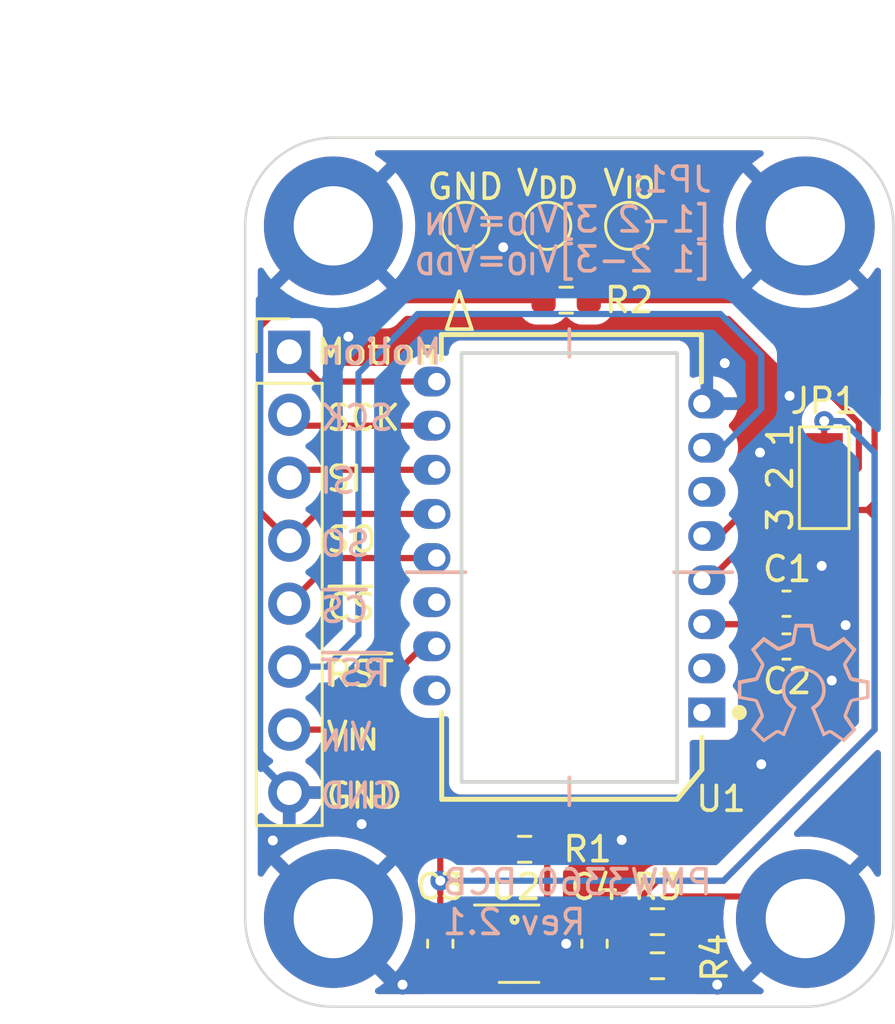
<source format=kicad_pcb>
(kicad_pcb (version 20221018) (generator pcbnew)
  (title_block (title "PMW3360 PCB") (date "2022-10-17") (rev "2.1") (company "SideraKB") (comment 1 "MIT License, Open Source Hardware") (comment 2 "PMW3360DM-T2QU optical mouse sensor breakout board") (comment 3 "2.54mm Pin Header"))
  (layers (0 "F.Cu" signal) (31 "B.Cu" signal) (34 "B.Paste" user) (35 "F.Paste" user) (36 "B.SilkS" user "B.Silkscreen") (37 "F.SilkS" user "F.Silkscreen") (38 "B.Mask" user) (39 "F.Mask" user) (44 "Edge.Cuts" user))
  (net 0 "")
  (net 1 "Net-(C1-Pad1)")
  (net 2 "GND")
  (net 3 "V_IN")
  (net 4 "/MISO")
  (net 5 "/CS")
  (net 6 "/MOSI")
  (net 7 "/SCLK")
  (net 8 "/MOTION")
  (net 9 "/RESET")
  (net 10 "VDD")
  (net 11 "V_IO")
  (net 12 "Net-(R1-Pad2)")
  (net 13 "Net-(R3-Pad2)")
  (footprint "Resistor_SMD:R_0603_1608Metric_Pad0.98x0.95mm_HandSolder" (layer "F.Cu") (at 236.093 124.587 180)
    (fp_text reference "R2")
    (fp_text value "10k")
  )
  (footprint "MountingHole:MountingHole_3.2mm_M3_DIN965_Pad" (layer "F.Cu") (at 245.745 149.5298)
    (fp_text reference "REF**" hide)
    (fp_text value "MountingHole_3.2mm_M3_DIN965_Pad" hide)
  )
  (footprint "Resistor_SMD:R_0603_1608Metric_Pad0.98x0.95mm_HandSolder" (layer "F.Cu") (at 239.776 149.65625)
    (fp_text reference "R3")
    (fp_text value "Adj_R1")
  )
  (footprint "PMW3360_PCB:PMW3360DM-T2QU 16Pin" (layer "F.Cu") (at 236.22 135.0518 90)
    (fp_text reference "U1")
    (fp_text value "PMW3360DM-T2QU")
    (fp_rect (start -8.968 4.35) (end 8.332 -4.35) (stroke (width 0.15)) (fill none) (layer "Edge.Cuts"))
  )
  (footprint "TestPoint:TestPoint_Pad_D1.5mm" (layer "F.Cu") (at 235.331 121.58925)
    (fp_text reference "TP2" hide)
    (fp_text value "VDD TestPoint")
  )
  (footprint "Connector_PinHeader_2.54mm:PinHeader_1x08_P2.54mm_Vertical" (layer "F.Cu") (at 224.917 126.66925)
    (fp_text reference "J1" hide)
    (fp_text value "Conn_01x08")
  )
  (footprint "Resistor_SMD:R_0603_1608Metric_Pad0.98x0.95mm_HandSolder" (layer "F.Cu") (at 234.4185 146.7358 180)
    (fp_text reference "R1")
    (fp_text value "39R")
  )
  (footprint "Capacitor_SMD:C_0603_1608Metric_Pad1.08x0.95mm_HandSolder" (layer "F.Cu") (at 237.236 150.54525 -90)
    (fp_text reference "C4")
    (fp_text value "4.7uF")
  )
  (footprint "MountingHole:MountingHole_3.2mm_M3_DIN965_Pad" (layer "F.Cu") (at 226.695 149.5298)
    (fp_text reference "REF**" hide)
    (fp_text value "MountingHole_3.2mm_M3_DIN965_Pad" hide)
  )
  (footprint "TestPoint:TestPoint_Pad_D1.5mm" (layer "F.Cu") (at 238.633 121.58925)
    (fp_text reference "TP1" hide)
    (fp_text value "VDDIO TestPoint")
  )
  (footprint "Capacitor_SMD:C_0603_1608Metric_Pad1.08x0.95mm_HandSolder" (layer "F.Cu") (at 231.013 150.54525 -90)
    (fp_text reference "C3")
    (fp_text value "1uF")
  )
  (footprint "MountingHole:MountingHole_3.2mm_M3_DIN965_Pad" (layer "F.Cu") (at 245.745 121.5898)
    (fp_text reference "REF**" hide)
    (fp_text value "MountingHole_3.2mm_M3_DIN965_Pad" hide)
  )
  (footprint "TestPoint:TestPoint_Pad_D1.5mm" (layer "F.Cu") (at 232.029 121.58925)
    (fp_text reference "TP3" hide)
    (fp_text value "GND TestPoint")
  )
  (footprint "MountingHole:MountingHole_3.2mm_M3_DIN965_Pad" (layer "F.Cu") (at 226.695 121.5898)
    (fp_text reference "REF**" hide)
    (fp_text value "MountingHole_3.2mm_M3_DIN965_Pad" hide)
  )
  (footprint "Capacitor_SMD:C_0603_1608Metric_Pad1.08x0.95mm_HandSolder" (layer "F.Cu") (at 244.983 138.557)
    (fp_text reference "C2")
    (fp_text value "100nF")
  )
  (footprint "Package_TO_SOT_SMD:SOT-23-5" (layer "F.Cu") (at 234.1935 150.54525)
    (fp_text reference "U2")
    (fp_text value "TPS73601DBV")
  )
  (footprint "Resistor_SMD:R_0603_1608Metric_Pad0.98x0.95mm_HandSolder" (layer "F.Cu") (at 239.776 151.43425 180)
    (fp_text reference "R4")
    (fp_text value "Adj_R2")
  )
  (footprint "Jumper:SolderJumper-3_P1.3mm_Open_Pad1.0x1.5mm_NumberLabels" (layer "F.Cu") (at 246.507 131.7498 -90)
    (fp_text reference "JP1")
    (fp_text value "SolderJumper_3_Open")
  )
  (footprint "Capacitor_SMD:C_0603_1608Metric_Pad1.08x0.95mm_HandSolder" (layer "F.Cu") (at 244.983 136.8298)
    (fp_text reference "C1")
    (fp_text value "4.7uF/10V")
  )
  (gr_line (start 242.7986 135.5598) (end 240.4491 135.5598) (stroke (width 0.15)) (layer "B.SilkS"))
  (gr_line (start 229.6414 135.5598) (end 232.029 135.5598) (stroke (width 0.15)) (layer "B.SilkS"))
  (gr_line (start 236.22 125.7554) (end 236.22 126.873) (stroke (width 0.15)) (layer "B.SilkS"))
  (gr_line (start 236.22 143.8402) (end 236.22 144.9578) (stroke (width 0.15)) (layer "B.SilkS"))
  (gr_poly (pts (xy 246.017662 137.638341) (xy 246.019173 137.638453) (xy 246.020676 137.638638) (xy 246.02217 137.638893) (xy 246.023651 137.639218) (xy 246.025119 137.639609) (xy 246.02657 137.640066) (xy 246.028002 137.640586) (xy 246.029414 137.641167) (xy 246.030802 137.641808) (xy 246.032165 137.642507) (xy 246.0335 137.643261) (xy 246.034805 137.64407) (xy 246.036078 137.64493) (xy 246.037317 137.645842) (xy 246.038519 137.646801) (xy 246.039683 137.647807) (xy 246.040805 137.648858) (xy 246.041884 137.649952) (xy 246.042918 137.651087) (xy 246.043903 137.652261) (xy 246.044839 137.653473) (xy 246.045722 137.65472) (xy 246.046551 137.656001) (xy 246.047323 137.657313) (xy 246.048037 137.658655) (xy 246.048688 137.660026) (xy 246.049277 137.661423) (xy 246.0498 137.662844) (xy 246.050255 137.664288) (xy 246.050639 137.665752) (xy 246.050952 137.667235) (xy 246.176563 138.342042) (xy 246.17688 138.343537) (xy 246.177265 138.345037) (xy 246.178231 138.348043) (xy 246.179443 138.35104) (xy 246.180884 138.354007) (xy 246.182537 138.356926) (xy 246.184386 138.359776) (xy 246.186414 138.362539) (xy 246.188602 138.365194) (xy 246.190936 138.367723) (xy 246.193397 138.370105) (xy 246.195969 138.37232) (xy 246.198635 138.37435) (xy 246.201378 138.376175) (xy 246.204181 138.377775) (xy 246.2056 138.378484) (xy 246.207027 138.37913) (xy 246.208461 138.37971) (xy 246.2099 138.380221) (xy 246.662179 138.565363) (xy 246.664988 138.5666) (xy 246.667968 138.567633) (xy 246.671092 138.568465) (xy 246.674333 138.569096) (xy 246.677666 138.569528) (xy 246.681064 138.569765) (xy 246.684501 138.569806) (xy 246.68795 138.569655) (xy 246.691387 138.569312) (xy 246.694783 138.56878) (xy 246.698113 138.56806) (xy 246.701352 138.567155) (xy 246.704472 138.566066) (xy 246.707447 138.564794) (xy 246.710252 138.563342) (xy 246.712859 138.561712) (xy 247.27662 138.174838) (xy 247.27789 138.174011) (xy 247.279198 138.173248) (xy 247.28054 138.17255) (xy 247.281914 138.171915) (xy 247.283317 138.171343) (xy 247.284746 138.170836) (xy 247.286199 138.170391) (xy 247.287671 138.170009) (xy 247.289162 138.169689) (xy 247.290667 138.169432) (xy 247.293709 138.169104) (xy 247.296775 138.169021) (xy 247.299842 138.169183) (xy 247.302888 138.169586) (xy 247.305889 138.170229) (xy 247.308822 138.17111) (xy 247.310255 138.171639) (xy 247.311664 138.172226) (xy 247.313044 138.172872) (xy 247.314392 138.173576) (xy 247.315707 138.174338) (xy 247.316984 138.175157) (xy 247.318221 138.176034) (xy 247.319416 138.176968) (xy 247.320565 138.177958) (xy 247.321665 138.179005) (xy 247.796448 138.653787) (xy 247.797495 138.654888) (xy 247.798484 138.656037) (xy 247.799417 138.657232) (xy 247.800293 138.65847) (xy 247.80111 138.659749) (xy 247.80187 138.661064) (xy 247.803216 138.663795) (xy 247.804327 138.66664) (xy 247.805203 138.669576) (xy 247.805841 138.672581) (xy 247.806241 138.67563) (xy 247.806399 138.678701) (xy 247.806314 138.681771) (xy 247.805986 138.684816) (xy 247.805411 138.687815) (xy 247.804588 138.690742) (xy 247.804083 138.692173) (xy 247.803515 138.693577) (xy 247.802885 138.694951) (xy 247.802191 138.696294) (xy 247.801435 138.697602) (xy 247.800614 138.698872) (xy 247.420487 139.252909) (xy 247.418853 139.255528) (xy 247.417402 139.258337) (xy 247.416136 139.261311) (xy 247.415058 139.264424) (xy 247.414168 139.267651) (xy 247.413469 139.270966) (xy 247.412962 139.274344) (xy 247.412649 139.277759) (xy 247.412531 139.281185) (xy 247.41261 139.284598) (xy 247.412888 139.287971) (xy 247.413366 139.291279) (xy 247.414046 139.294497) (xy 247.414929 139.297599) (xy 247.416017 139.300559) (xy 247.417312 139.303352) (xy 247.617298 139.769918) (xy 247.61844 139.772783) (xy 247.619844 139.775622) (xy 247.621491 139.778418) (xy 247.62336 139.781153) (xy 247.625431 139.783812) (xy 247.627685 139.786376) (xy 247.630102 139.78883) (xy 247.632662 139.791156) (xy 247.635346 139.793338) (xy 247.638132 139.795358) (xy 247.641003 139.797199) (xy 247.643937 139.798845) (xy 247.646915 139.800279) (xy 247.649917 139.801483) (xy 247.652923 139.802442) (xy 247.655914 139.803137) (xy 248.308337 139.924462) (xy 248.308337 139.924461) (xy 248.309816 139.924781) (xy 248.311277 139.925172) (xy 248.312718 139.925633) (xy 248.314136 139.926161) (xy 248.31553 139.926754) (xy 248.316898 139.92741) (xy 248.318238 139.928127) (xy 248.319548 139.928902) (xy 248.322071 139.93062) (xy 248.324453 139.932545) (xy 248.326678 139.93466) (xy 248.328731 139.936948) (xy 248.330598 139.939391) (xy 248.332264 139.941971) (xy 248.333713 139.94467) (xy 248.334352 139.94606) (xy 248.334931 139.947472) (xy 248.335448 139.948906) (xy 248.335902 139.950358) (xy 248.336291 139.951827) (xy 248.336612 139.953311) (xy 248.336865 139.954807) (xy 248.337047 139.956313) (xy 248.337155 139.957827) (xy 248.33719 139.959347) (xy 248.33711 140.630819) (xy 248.337072 140.632336) (xy 248.33696 140.633847) (xy 248.336774 140.635352) (xy 248.336518 140.636847) (xy 248.336193 140.63833) (xy 248.3358 140.6398) (xy 248.335343 140.641253) (xy 248.334822 140.642688) (xy 248.334239 140.644102) (xy 248.333597 140.645493) (xy 248.332897 140.646859) (xy 248.332142 140.648197) (xy 248.331332 140.649505) (xy 248.33047 140.650781) (xy 248.329558 140.652023) (xy 248.328597 140.653228) (xy 248.32759 140.654394) (xy 248.326538 140.655519) (xy 248.325444 140.6566) (xy 248.324309 140.657636) (xy 248.323134 140.658624) (xy 248.321923 140.659561) (xy 248.320676 140.660445) (xy 248.319396 140.661275) (xy 248.318084 140.662048) (xy 248.316743 140.662761) (xy 248.315374 140.663413) (xy 248.313979 140.664) (xy 248.31256 140.664521) (xy 248.311119 140.664974) (xy 248.309658 140.665356) (xy 248.308178 140.665665) (xy 247.671789 140.784092) (xy 247.670291 140.7844) (xy 247.668789 140.784776) (xy 247.667287 140.78522) (xy 247.665787 140.785729) (xy 247.662799 140.786933) (xy 247.659847 140.788371) (xy 247.656948 140.790027) (xy 247.654122 140.791881) (xy 247.651388 140.793917) (xy 247.648765 140.796118) (xy 247.646271 140.798466) (xy 247.643926 140.800943) (xy 247.641749 140.803532) (xy 247.639759 140.806216) (xy 247.637974 140.808977) (xy 247.636415 140.811798) (xy 247.635099 140.814661) (xy 247.634538 140.816103) (xy 247.634046 140.817549) (xy 247.435371 141.313841) (xy 247.434141 141.316664) (xy 247.433117 141.319654) (xy 247.432294 141.322784) (xy 247.431673 141.32603) (xy 247.431249 141.329364) (xy 247.431022 141.332762) (xy 247.430989 141.336197) (xy 247.431149 141.339643) (xy 247.431498 141.343075) (xy 247.432036 141.346467) (xy 247.43276 141.349792) (xy 247.433668 141.353026) (xy 247.434758 141.356141) (xy 247.436028 141.359113) (xy 247.437477 141.361915) (xy 247.439101 141.364522) (xy 247.800614 141.891295) (xy 247.801441 141.892565) (xy 247.802204 141.893873) (xy 247.802903 141.895216) (xy 247.803537 141.896592) (xy 247.804109 141.897997) (xy 247.804617 141.899428) (xy 247.805061 141.900883) (xy 247.805443 141.902358) (xy 247.805763 141.903851) (xy 247.80602 141.905359) (xy 247.806348 141.908408) (xy 247.806431 141.911482) (xy 247.806269 141.914556) (xy 247.805866 141.917609) (xy 247.805223 141.920617) (xy 247.804342 141.923557) (xy 247.803813 141.924994) (xy 247.803226 141.926405) (xy 247.80258 141.927787) (xy 247.801876 141.929138) (xy 247.801114 141.930455) (xy 247.800295 141.931734) (xy 247.799418 141.932973) (xy 247.798485 141.934169) (xy 247.797494 141.935318) (xy 247.796447 141.936419) (xy 247.321586 142.411201) (xy 247.320492 142.41224) (xy 247.319349 142.413224) (xy 247.31816 142.414152) (xy 247.316927 142.415023) (xy 247.315653 142.415837) (xy 247.314342 142.416594) (xy 247.311618 142.417935) (xy 247.308777 142.419045) (xy 247.305844 142.419921) (xy 247.302841 142.420561) (xy 247.299793 142.420964) (xy 247.296721 142.421126) (xy 247.29365 142.421047) (xy 247.290603 142.420723) (xy 247.287603 142.420153) (xy 247.284673 142.419334) (xy 247.283242 142.418831) (xy 247.281838 142.418265) (xy 247.280462 142.417636) (xy 247.279119 142.416944) (xy 247.277811 142.416188) (xy 247.276541 142.415368) (xy 246.759055 142.060205) (xy 246.756454 142.058585) (xy 246.753668 142.057165) (xy 246.750722 142.055945) (xy 246.747643 142.054926) (xy 246.744454 142.054108) (xy 246.741182 142.05349) (xy 246.737852 142.053075) (xy 246.734489 142.052862) (xy 246.731118 142.052852) (xy 246.727766 142.053045) (xy 246.724456 142.053442) (xy 246.721216 142.054043) (xy 246.718069 142.054849) (xy 246.715042 142.05586) (xy 246.712159 142.057076) (xy 246.709446 142.058498) (xy 246.481243 142.180339) (xy 246.479878 142.180987) (xy 246.478502 142.181558) (xy 246.477118 142.182051) (xy 246.475726 142.182467) (xy 246.474331 142.182807) (xy 246.472933 142.183073) (xy 246.471536 142.183264) (xy 246.470142 142.183382) (xy 246.468753 142.183428) (xy 246.467372 142.183402) (xy 246.466001 142.183306) (xy 246.464643 142.18314) (xy 246.463299 142.182906) (xy 246.461972 142.182603) (xy 246.460665 142.182233) (xy 246.45938 142.181797) (xy 246.458119 142.181296) (xy 246.456885 142.18073) (xy 246.45568 142.180101) (xy 246.454506 142.179408) (xy 246.453366 142.178655) (xy 246.452263 142.17784) (xy 246.451197 142.176964) (xy 246.450173 142.17603) (xy 246.449192 142.175037) (xy 246.448257 142.173987) (xy 246.44737 142.17288) (xy 246.446533 142.171718) (xy 246.445749 142.1705) (xy 246.445021 142.169229) (xy 246.444349 142.167904) (xy 246.443738 142.166528) (xy 245.973243 141.02956) (xy 245.972699 141.028146) (xy 245.972227 141.02671) (xy 245.971826 141.025255) (xy 245.971495 141.023784) (xy 245.971234 141.0223) (xy 245.971042 141.020806) (xy 245.970916 141.019303) (xy 245.970858 141.017795) (xy 245.970865 141.016285) (xy 245.970937 141.014774) (xy 245.971073 141.013267) (xy 245.971271 141.011765) (xy 245.971532 141.010271) (xy 245.971854 141.008788) (xy 245.972236 141.007319) (xy 245.972677 141.005867) (xy 245.973177 141.004433) (xy 245.973734 141.003021) (xy 245.974348 141.001634) (xy 245.975017 141.000273) (xy 245.975741 140.998943) (xy 245.976519 140.997645) (xy 245.97735 140.996383) (xy 245.978232 140.995158) (xy 245.979166 140.993974) (xy 245.98015 140.992834) (xy 245.981183 140.99174) (xy 245.982264 140.990694) (xy 245.983393 140.9897) (xy 245.984568 140.988761) (xy 245.985789 140.987878) (xy 245.987054 140.987055) (xy 246.044164 140.95209) (xy 246.048275 140.949472) (xy 246.052664 140.946484) (xy 246.057248 140.943191) (xy 246.061944 140.939658) (xy 246.066671 140.93595) (xy 246.071344 140.932132) (xy 246.075882 140.92827) (xy 246.080201 140.924428) (xy 246.118007 140.89855) (xy 246.154087 140.870454) (xy 246.188344 140.840236) (xy 246.220678 140.807995) (xy 246.250992 140.773828) (xy 246.279186 140.737834) (xy 246.305163 140.70011) (xy 246.328823 140.660754) (xy 246.350069 140.619865) (xy 246.368801 140.577539) (xy 246.384922 140.533875) (xy 246.398332 140.488972) (xy 246.408934 140.442926) (xy 246.416628 140.395835) (xy 246.421317 140.347799) (xy 246.422902 140.298913) (xy 246.421936 140.260699) (xy 246.419068 140.222986) (xy 246.414346 140.185822) (xy 246.407816 140.149253) (xy 246.399524 140.113325) (xy 246.389518 140.078086) (xy 246.377843 140.043582) (xy 246.364547 140.009859) (xy 246.349677 139.976965) (xy 246.333278 139.944946) (xy 246.315398 139.913848) (xy 246.296083 139.883719) (xy 246.27538 139.854605) (xy 246.253336 139.826552) (xy 246.229997 139.799607) (xy 246.20541 139.773818) (xy 246.179621 139.74923) (xy 246.152678 139.72589) (xy 246.124626 139.703845) (xy 246.095513 139.683142) (xy 246.065386 139.663826) (xy 246.03429 139.645946) (xy 246.002272 139.629547) (xy 245.96938 139.614676) (xy 245.93566 139.60138) (xy 245.901158 139.589705) (xy 245.865921 139.579699) (xy 245.829997 139.571407) (xy 245.79343 139.564877) (xy 245.756269 139.560154) (xy 245.71856 139.557287) (xy 245.680349 139.55632) (xy 245.642138 139.557287) (xy 245.604429 139.560154) (xy 245.567267 139.564877) (xy 245.5307 139.571407) (xy 245.494774 139.579699) (xy 245.459537 139.589705) (xy 245.425034 139.60138) (xy 245.391312 139.614676) (xy 245.358418 139.629547) (xy 245.326399 139.645946) (xy 245.295302 139.663826) (xy 245.265172 139.683142) (xy 245.236058 139.703845) (xy 245.208004 139.72589) (xy 245.181059 139.74923) (xy 245.155269 139.773818) (xy 245.13068 139.799607) (xy 245.107339 139.826552) (xy 245.085293 139.854605) (xy 245.064588 139.883719) (xy 245.045271 139.913848) (xy 245.02739 139.944946) (xy 245.01099 139.976965) (xy 244.996118 140.009859) (xy 244.98282 140.043582) (xy 244.971145 140.078086) (xy 244.961137 140.113325) (xy 244.952845 140.149253) (xy 244.946314 140.185822) (xy 244.941591 140.222986) (xy 244.938723 140.260699) (xy 244.937756 140.298913) (xy 244.938155 140.323456) (xy 244.939342 140.347799) (xy 244.941305 140.371929) (xy 244.944032 140.395835) (xy 244.947511 140.419505) (xy 244.951728 140.442926) (xy 244.956673 140.466085) (xy 244.962332 140.488972) (xy 244.968694 140.511573) (xy 244.975745 140.533876) (xy 244.983474 140.555868) (xy 244.991868 140.577539) (xy 245.000915 140.598875) (xy 245.010603 140.619865) (xy 245.031851 140.660754) (xy 245.055512 140.70011) (xy 245.08149 140.737834) (xy 245.109684 140.773828) (xy 245.139997 140.807995) (xy 245.17233 140.840236) (xy 245.206583 140.870454) (xy 245.242659 140.89855) (xy 245.280458 140.924428) (xy 245.284802 140.92827) (xy 245.289355 140.932132) (xy 245.294038 140.93595) (xy 245.298769 140.939658) (xy 245.303469 140.943191) (xy 245.308057 140.946484) (xy 245.312452 140.949472) (xy 245.316574 140.95209) (xy 245.373684 140.987055) (xy 245.374957 140.987878) (xy 245.376184 140.988761) (xy 245.377365 140.9897) (xy 245.378499 140.990694) (xy 245.379584 140.99174) (xy 245.380621 140.992834) (xy 245.382545 140.995158) (xy 245.384262 140.997645) (xy 245.385766 141.000273) (xy 245.38705 141.003021) (xy 245.388106 141.005867) (xy 245.388926 141.008788) (xy 245.389505 141.011765) (xy 245.389835 141.014774) (xy 245.389908 141.017795) (xy 245.389718 141.020806) (xy 245.389522 141.0223) (xy 245.389257 141.023784) (xy 245.388923 141.025255) (xy 245.388519 141.02671) (xy 245.388043 141.028146) (xy 245.387496 141.02956) (xy 244.916961 142.166488) (xy 244.91635 142.167865) (xy 244.915678 142.16919) (xy 244.914949 142.170462) (xy 244.914164 142.17168) (xy 244.913327 142.172844) (xy 244.912439 142.173951) (xy 244.911502 142.175003) (xy 244.91052 142.175996) (xy 244.909495 142.176932) (xy 244.908428 142.177808) (xy 244.907323 142.178624) (xy 244.906182 142.17938) (xy 244.905007 142.180073) (xy 244.903801 142.180704) (xy 244.902566 142.18127) (xy 244.901304 142.181773) (xy 244.900018 142.18221) (xy 244.89871 142.18258) (xy 244.897383 142.182883) (xy 244.896039 142.183118) (xy 244.89468 142.183285) (xy 244.893309 142.183381) (xy 244.891928 142.183406) (xy 244.89054 142.18336) (xy 244.889147 142.183241) (xy 244.887751 142.183048) (xy 244.886355 142.182781) (xy 244.884961 142.182439) (xy 244.883572 142.182021) (xy 244.88219 142.181525) (xy 244.880817 142.180952) (xy 244.879456 142.180299) (xy 244.651253 142.058459) (xy 244.648547 142.057037) (xy 244.645669 142.055822) (xy 244.642645 142.054813) (xy 244.6395 142.054009) (xy 244.63626 142.053411) (xy 244.632951 142.053016) (xy 244.629597 142.052826) (xy 244.626225 142.052838) (xy 244.62286 142.053052) (xy 244.619527 142.053469) (xy 244.616253 142.054086) (xy 244.613062 142.054904) (xy 244.60998 142.055921) (xy 244.607032 142.057137) (xy 244.604245 142.058552) (xy 244.601644 142.060165) (xy 244.084198 142.415329) (xy 244.082924 142.416149) (xy 244.081613 142.416905) (xy 244.080267 142.417597) (xy 244.078889 142.418226) (xy 244.077483 142.418792) (xy 244.07605 142.419295) (xy 244.074594 142.419735) (xy 244.073118 142.420113) (xy 244.071625 142.420429) (xy 244.070117 142.420683) (xy 244.067069 142.421007) (xy 244.063998 142.421087) (xy 244.060926 142.420924) (xy 244.057877 142.420522) (xy 244.054874 142.419882) (xy 244.05194 142.419006) (xy 244.050507 142.41848) (xy 244.049099 142.417896) (xy 244.047719 142.417254) (xy 244.046372 142.416554) (xy 244.045059 142.415797) (xy 244.043783 142.414983) (xy 244.042548 142.414113) (xy 244.041356 142.413185) (xy 244.04021 142.412201) (xy 244.039113 142.411161) (xy 243.564252 141.93638) (xy 243.563208 141.935279) (xy 243.562221 141.934129) (xy 243.561291 141.932934) (xy 243.560417 141.931695) (xy 243.5596 141.930416) (xy 243.558841 141.929099) (xy 243.557495 141.926366) (xy 243.556382 141.923517) (xy 243.555504 141.920578) (xy 243.554862 141.91757) (xy 243.554459 141.914517) (xy 243.554297 141.911442) (xy 243.554378 141.908369) (xy 243.554704 141.90532) (xy 243.555278 141.902319) (xy 243.5561 141.899388) (xy 243.556606 141.897957) (xy 243.557174 141.896552) (xy 243.557806 141.895177) (xy 243.558502 141.893833) (xy 243.559261 141.892525) (xy 243.560085 141.891255) (xy 243.921558 141.364483) (xy 243.923196 141.361876) (xy 243.924655 141.359074) (xy 243.925934 141.356102) (xy 243.927031 141.352986) (xy 243.927944 141.349753) (xy 243.928671 141.346427) (xy 243.92921 141.343036) (xy 243.92956 141.339604) (xy 243.929719 141.336157) (xy 243.929685 141.332722) (xy 243.929457 141.329325) (xy 243.929031 141.32599) (xy 243.928408 141.322745) (xy 243.927584 141.319615) (xy 243.926558 141.316625) (xy 243.925329 141.313802) (xy 243.726653 140.81751) (xy 243.726164 140.816064) (xy 243.725606 140.814622) (xy 243.724292 140.811758) (xy 243.722732 140.808938) (xy 243.720945 140.806177) (xy 243.71895 140.803493) (xy 243.716767 140.800903) (xy 243.714415 140.798426) (xy 243.711914 140.796079) (xy 243.709283 140.793878) (xy 243.706542 140.791842) (xy 243.70371 140.789987) (xy 243.700807 140.788332) (xy 243.697852 140.786894) (xy 243.694865 140.785689) (xy 243.691864 140.784737) (xy 243.690365 140.78436) (xy 243.688871 140.784053) (xy 243.052482 140.665626) (xy 243.050998 140.665317) (xy 243.049534 140.664935) (xy 243.04809 140.664482) (xy 243.046669 140.663961) (xy 243.045272 140.663373) (xy 243.043902 140.662722) (xy 243.042559 140.662008) (xy 243.041247 140.661236) (xy 243.039966 140.660406) (xy 243.038719 140.659521) (xy 243.036333 140.657597) (xy 243.034105 140.65548) (xy 243.032047 140.653189) (xy 243.030177 140.650742) (xy 243.028507 140.648157) (xy 243.027054 140.645453) (xy 243.025832 140.642648) (xy 243.025312 140.641214) (xy 243.024856 140.63976) (xy 243.024464 140.638291) (xy 243.02414 140.636807) (xy 243.023884 140.635312) (xy 243.023699 140.633808) (xy 243.023587 140.632296) (xy 243.023549 140.63078) (xy 243.023516 140.064519) (xy 243.166424 140.064519) (xy 243.166464 140.557398) (xy 243.714588 140.659395) (xy 243.722278 140.661054) (xy 243.72963 140.662914) (xy 243.73666 140.664965) (xy 243.743385 140.6672) (xy 243.749824 140.669609) (xy 243.755993 140.672182) (xy 243.761909 140.67491) (xy 243.767591 140.677785) (xy 243.773055 140.680797) (xy 243.778318 140.683937) (xy 243.783399 140.687196) (xy 243.788314 140.690565) (xy 243.79308 140.694034) (xy 243.797716 140.697596) (xy 243.802238 140.701239) (xy 243.806663 140.704956) (xy 243.814375 140.712288) (xy 243.818147 140.716094) (xy 243.821856 140.720012) (xy 243.825497 140.724057) (xy 243.829066 140.728243) (xy 243.832556 140.732583) (xy 243.835962 140.737093) (xy 243.839281 140.741786) (xy 243.842506 140.746676) (xy 243.845632 140.751778) (xy 243.848655 140.757105) (xy 243.851569 140.762673) (xy 243.854369 140.768495) (xy 243.85705 140.774585) (xy 243.859606 140.780957) (xy 244.05721 141.27475) (xy 244.059381 141.280041) (xy 244.061346 141.285246) (xy 244.063114 141.290369) (xy 244.064695 141.295412) (xy 244.066099 141.30038) (xy 244.067336 141.305274) (xy 244.068414 141.3101) (xy 244.069345 141.314859) (xy 244.070137 141.319555) (xy 244.0708 141.324192) (xy 244.071343 141.328772) (xy 244.071777 141.3333) (xy 244.072354 141.342211) (xy 244.072609 141.350949) (xy 244.072025 141.364267) (xy 244.071495 141.370897) (xy 244.070778 141.377524) (xy 244.06985 141.38416) (xy 244.068689 141.390816) (xy 244.067273 141.397506) (xy 244.065579 141.40424) (xy 244.063586 141.411031) (xy 244.06127 141.41789) (xy 244.058609 141.424831) (xy 244.055581 141.431864) (xy 244.052164 141.439001) (xy 244.048335 141.446256) (xy 244.044071 141.453638) (xy 244.039351 141.461162) (xy 243.728399 141.914393) (xy 244.077014 142.262889) (xy 244.520602 141.958406) (xy 244.527837 141.953795) (xy 244.534975 141.949621) (xy 244.542023 141.945864) (xy 244.548986 141.942504) (xy 244.555871 141.939521) (xy 244.562682 141.936894) (xy 244.569427 141.934604) (xy 244.57611 141.932629) (xy 244.582737 141.930951) (xy 244.589316 141.929548) (xy 244.59585 141.9284) (xy 244.602347 141.927487) (xy 244.608813 141.92679) (xy 244.615252 141.926287) (xy 244.621671 141.925958) (xy 244.628075 141.925783) (xy 244.63856 141.926104) (xy 244.643877 141.926447) (xy 244.649247 141.926928) (xy 244.654672 141.927562) (xy 244.660155 141.92836) (xy 244.665697 141.929338) (xy 244.6713 141.930506) (xy 244.676967 141.931879) (xy 244.6827 141.933471) (xy 244.688501 141.935292) (xy 244.694373 141.937359) (xy 244.700316 141.939682) (xy 244.706334 141.942275) (xy 244.712429 141.945152) (xy 244.718603 141.948326) (xy 244.833815 142.009881) (xy 245.22049 141.07532) (xy 245.217002 141.072771) (xy 245.213585 141.07021) (xy 245.210229 141.067633) (xy 245.206922 141.065036) (xy 245.203655 141.062415) (xy 245.200416 141.059766) (xy 245.193979 141.054365) (xy 245.149942 141.023457) (xy 245.107919 140.98997) (xy 245.068023 140.954018) (xy 245.030369 140.915717) (xy 244.99507 140.875181) (xy 244.962241 140.832526) (xy 244.931996 140.787868) (xy 244.904449 140.74132) (xy 244.879714 140.692998) (xy 244.857904 140.643018) (xy 244.839135 140.591494) (xy 244.82352 140.538541) (xy 244.811173 140.484276) (xy 244.802208 140.428811) (xy 244.79674 140.372264) (xy 244.794882 140.314748) (xy 244.796048 140.269176) (xy 244.79948 140.224202) (xy 244.805122 140.179883) (xy 244.812919 140.136275) (xy 244.822814 140.093432) (xy 244.834753 140.051411) (xy 244.84868 140.010268) (xy 244.86454 139.970056) (xy 244.882276 139.930833) (xy 244.901833 139.892654) (xy 244.923156 139.855574) (xy 244.946188 139.819649) (xy 244.970876 139.784934) (xy 244.997162 139.751486) (xy 245.024992 139.719359) (xy 245.054309 139.688609) (xy 245.085059 139.659292) (xy 245.117185 139.631463) (xy 245.150633 139.605177) (xy 245.185346 139.580492) (xy 245.221269 139.557461) (xy 245.258346 139.536141) (xy 245.296522 139.516587) (xy 245.335742 139.498854) (xy 245.375949 139.482999) (xy 245.417089 139.469076) (xy 245.459105 139.457142) (xy 245.501942 139.447252) (xy 245.545544 139.439461) (xy 245.589857 139.433825) (xy 245.634824 139.4304) (xy 245.680389 139.429241) (xy 245.725958 139.4304) (xy 245.770928 139.433825) (xy 245.815243 139.439461) (xy 245.858848 139.447252) (xy 245.901687 139.457142) (xy 245.943704 139.469076) (xy 245.984845 139.482999) (xy 246.025052 139.498854) (xy 246.064272 139.516587) (xy 246.102448 139.536141) (xy 246.139524 139.557461) (xy 246.175446 139.580492) (xy 246.210158 139.605177) (xy 246.243603 139.631463) (xy 246.275727 139.659292) (xy 246.306474 139.688609) (xy 246.335789 139.719359) (xy 246.363615 139.751486) (xy 246.389898 139.784934) (xy 246.414581 139.819649) (xy 246.43761 139.855574) (xy 246.458928 139.892654) (xy 246.47848 139.930833) (xy 246.496211 139.970056) (xy 246.512065 140.010268) (xy 246.525986 140.051411) (xy 246.537919 140.093432) (xy 246.547808 140.136275) (xy 246.555598 140.179883) (xy 246.561234 140.224202) (xy 246.564659 140.269176) (xy 246.565818 140.314748) (xy 246.565354 140.34362) (xy 246.563973 140.372264) (xy 246.561689 140.400667) (xy 246.558516 140.428813) (xy 246.554468 140.456689) (xy 246.54956 140.484279) (xy 246.543805 140.51157) (xy 246.53722 140.538547) (xy 246.529816 140.565197) (xy 246.52161 140.591503) (xy 246.502844 140.64303) (xy 246.481038 140.693014) (xy 246.456305 140.741339) (xy 246.428759 140.787891) (xy 246.398516 140.832553) (xy 246.365688 140.875211) (xy 246.330392 140.91575) (xy 246.29274 140.954054) (xy 246.252848 140.990007) (xy 246.210829 141.023496) (xy 246.166799 141.054404) (xy 246.160313 141.059833) (xy 246.157057 141.062493) (xy 246.153781 141.06512) (xy 246.150476 141.067717) (xy 246.147131 141.070288) (xy 246.143739 141.072834) (xy 246.140288 141.075359) (xy 246.527003 142.009881) (xy 246.642216 141.948326) (xy 246.642255 141.948326) (xy 246.64834 141.945192) (xy 246.654347 141.942345) (xy 246.660282 141.939773) (xy 246.666147 141.937464) (xy 246.671947 141.935406) (xy 246.677687 141.933585) (xy 246.683368 141.931991) (xy 246.688997 141.93061) (xy 246.694577 141.929431) (xy 246.700111 141.92844) (xy 246.705603 141.927627) (xy 246.711058 141.926978) (xy 246.71648 141.926482) (xy 246.721872 141.926125) (xy 246.732584 141.925783) (xy 246.738922 141.92595) (xy 246.745289 141.926271) (xy 246.751689 141.926767) (xy 246.758126 141.927457) (xy 246.764606 141.928361) (xy 246.771132 141.929501) (xy 246.777709 141.930895) (xy 246.784342 141.932565) (xy 246.791034 141.934529) (xy 246.797791 141.93681) (xy 246.804617 141.939426) (xy 246.811517 141.942398) (xy 246.818494 141.945746) (xy 246.825554 141.94949) (xy 246.832701 141.95365) (xy 246.839939 141.958247) (xy 247.283804 142.262889) (xy 247.632339 141.914393) (xy 247.321427 141.46132) (xy 247.316667 141.453781) (xy 247.312371 141.44638) (xy 247.308518 141.439106) (xy 247.305084 141.431947) (xy 247.302045 141.424894) (xy 247.299378 141.417933) (xy 247.297061 141.411054) (xy 247.29507 141.404245) (xy 247.293381 141.397495) (xy 247.291972 141.390793) (xy 247.290819 141.384128) (xy 247.2899 141.377488) (xy 247.28919 141.370861) (xy 247.288668 141.364236) (xy 247.288308 141.357603) (xy 247.28809 141.350949) (xy 247.288307 141.342394) (xy 247.288839 141.333616) (xy 247.289774 141.324585) (xy 247.29042 141.319965) (xy 247.2912 141.31527) (xy 247.292124 141.310498) (xy 247.293204 141.305644) (xy 247.294451 141.300704) (xy 247.295875 141.295675) (xy 247.297488 141.290553) (xy 247.2993 141.285334) (xy 247.301323 141.280014) (xy 247.303568 141.274591) (xy 247.500854 140.78187) (xy 247.503397 140.775459) (xy 247.506065 140.769326) (xy 247.508853 140.763459) (xy 247.511758 140.757845) (xy 247.514773 140.752468) (xy 247.517895 140.747315) (xy 247.521119 140.742374) (xy 247.524439 140.737629) (xy 247.527852 140.733067) (xy 247.531351 140.728675) (xy 247.534934 140.724439) (xy 247.538594 140.720345) (xy 247.542327 140.716379) (xy 247.546128 140.712528) (xy 247.549993 140.708778) (xy 247.553917 140.705115) (xy 247.562834 140.697723) (xy 247.567464 140.694146) (xy 247.572228 140.69066) (xy 247.577144 140.687276) (xy 247.582226 140.684002) (xy 247.587491 140.680849) (xy 247.592955 140.677825) (xy 247.598633 140.67494) (xy 247.604541 140.672203) (xy 247.610695 140.669625) (xy 247.617111 140.667214) (xy 247.623806 140.66498) (xy 247.630794 140.662932) (xy 247.638091 140.661081) (xy 247.645714 140.659435) (xy 248.194275 140.557358) (xy 248.194275 140.064519) (xy 247.629601 139.959506) (xy 247.62208 139.957855) (xy 247.614894 139.956019) (xy 247.608024 139.954006) (xy 247.601454 139.951824) (xy 247.595164 139.949481) (xy 247.589138 139.946985) (xy 247.583357 139.944344) (xy 247.577804 139.941567) (xy 247.572461 139.938662) (xy 247.567309 139.935636) (xy 247.562332 139.932498) (xy 247.557511 139.929257) (xy 247.552828 139.925919) (xy 247.548265 139.922494) (xy 247.543806 139.918989) (xy 247.539431 139.915413) (xy 247.531759 139.908373) (xy 247.528001 139.904719) (xy 247.524302 139.900958) (xy 247.520664 139.897073) (xy 247.517092 139.893052) (xy 247.51359 139.888879) (xy 247.510162 139.884541) (xy 247.506812 139.880023) (xy 247.503545 139.875311) (xy 247.500363 139.870389) (xy 247.497272 139.865245) (xy 247.494276 139.859863) (xy 247.491377 139.85423) (xy 247.488582 139.84833) (xy 247.485893 139.84215) (xy 247.485853 139.84215) (xy 247.285908 139.375584) (xy 247.283666 139.370354) (xy 247.281624 139.365186) (xy 247.279773 139.360075) (xy 247.278106 139.355018) (xy 247.276614 139.350013) (xy 247.27529 139.345055) (xy 247.274126 139.340143) (xy 247.273113 139.335271) (xy 247.272244 139.330438) (xy 247.271511 139.325639) (xy 247.270906 139.320873) (xy 247.27042 139.316134) (xy 247.270046 139.311421) (xy 247.269776 139.30673) (xy 247.269516 139.297399) (xy 247.270079 139.284282) (xy 247.270594 139.277709) (xy 247.271295 139.271116) (xy 247.272205 139.264498) (xy 247.273348 139.257846) (xy 247.274746 139.251155) (xy 247.276422 139.244417) (xy 247.2784 139.237624) (xy 247.280702 139.230771) (xy 247.283351 139.22385) (xy 247.286371 139.216854) (xy 247.289785 139.209776) (xy 247.293614 139.202609) (xy 247.297884 139.195346) (xy 247.302616 139.187981) (xy 247.63222 138.707643) (xy 247.283724 138.359068) (xy 246.793505 138.695538) (xy 246.785919 138.700288) (xy 246.778483 138.704567) (xy 246.771185 138.7084) (xy 246.764013 138.71181) (xy 246.756955 138.714822) (xy 246.749999 138.717461) (xy 246.743133 138.719749) (xy 246.736345 138.721712) (xy 246.729623 138.723374) (xy 246.722955 138.724758) (xy 246.716329 138.72589) (xy 246.709733 138.726792) (xy 246.703155 138.72749) (xy 246.696584 138.728008) (xy 246.683411 138.728598) (xy 246.674594 138.728344) (xy 246.665675 138.727768) (xy 246.656613 138.726795) (xy 246.652015 138.726135) (xy 246.647365 138.725349) (xy 246.642659 138.724425) (xy 246.637891 138.723354) (xy 246.633056 138.722127) (xy 246.628148 138.720734) (xy 246.623162 138.719167) (xy 246.618094 138.717414) (xy 246.612938 138.715468) (xy 246.607688 138.713318) (xy 246.156997 138.528811) (xy 246.150548 138.526168) (xy 246.144395 138.523406) (xy 246.138522 138.52053) (xy 246.132913 138.517544) (xy 246.127554 138.514454) (xy 246.122431 138.511265) (xy 246.117527 138.507981) (xy 246.112829 138.504607) (xy 246.108321 138.501148) (xy 246.103988 138.497608) (xy 246.099816 138.493993) (xy 246.095789 138.490307) (xy 246.091892 138.486556) (xy 246.088111 138.482744) (xy 246.084431 138.478875) (xy 246.080836 138.474955) (xy 246.073643 138.466098) (xy 246.070167 138.461518) (xy 246.06678 138.456814) (xy 246.063491 138.451966) (xy 246.060308 138.446957) (xy 246.057239 138.441769) (xy 246.05429 138.436384) (xy 246.051471 138.430783) (xy 246.048788 138.424949) (xy 246.046249 138.418864) (xy 246.043862 138.412509) (xy 246.041635 138.405866) (xy 246.039575 138.398918) (xy 246.037691 138.391645) (xy 246.035989 138.384031) (xy 245.926769 137.797053) (xy 245.43393 137.797053) (xy 245.324631 138.384587) (xy 245.322964 138.392069) (xy 245.32111 138.399228) (xy 245.319077 138.40608) (xy 245.316872 138.412642) (xy 245.314504 138.418931) (xy 245.311981 138.424964) (xy 245.309309 138.430758) (xy 245.306498 138.436329) (xy 245.303556 138.441695) (xy 245.30049 138.446872) (xy 245.297308 138.451877) (xy 245.294019 138.456728) (xy 245.290629 138.46144) (xy 245.287148 138.46603) (xy 245.283583 138.470517) (xy 245.279943 138.474916) (xy 245.27272 138.482652) (xy 245.268962 138.486443) (xy 245.265086 138.490175) (xy 245.261079 138.493845) (xy 245.256927 138.497446) (xy 245.252615 138.500974) (xy 245.248128 138.504423) (xy 245.243453 138.507789) (xy 245.238576 138.511065) (xy 245.233481 138.514248) (xy 245.228156 138.517332) (xy 245.222585 138.520311) (xy 245.216755 138.523181) (xy 245.210651 138.525937) (xy 245.204258 138.528573) (xy 244.753646 138.713001) (xy 244.748335 138.715193) (xy 244.743112 138.717177) (xy 244.737974 138.718962) (xy 244.732918 138.720559) (xy 244.72794 138.721976) (xy 244.723036 138.723223) (xy 244.718201 138.724309) (xy 244.713433 138.725244) (xy 244.708727 138.726039) (xy 244.70408 138.726701) (xy 244.699487 138.727241) (xy 244.694945 138.727668) (xy 244.685998 138.728222) (xy 244.677209 138.728439) (xy 244.663947 138.727885) (xy 244.65735 138.727379) (xy 244.650759 138.726689) (xy 244.644158 138.725792) (xy 244.637536 138.724662) (xy 244.630878 138.723277) (xy 244.624171 138.721613) (xy 244.617401 138.719645) (xy 244.610555 138.717351) (xy 244.603619 138.714705) (xy 244.596579 138.711685) (xy 244.589422 138.708266) (xy 244.582135 138.704425) (xy 244.574704 138.700137) (xy 244.567115 138.69538) (xy 244.077054 138.359028) (xy 243.728519 138.707564) (xy 244.05856 139.188457) (xy 244.0632 139.195917) (xy 244.067389 139.203242) (xy 244.071148 139.210442) (xy 244.074499 139.217528) (xy 244.077466 139.224509) (xy 244.080069 139.231396) (xy 244.082332 139.238198) (xy 244.084277 139.244927) (xy 244.085926 139.251593) (xy 244.087302 139.258204) (xy 244.088427 139.264773) (xy 244.089323 139.271308) (xy 244.090012 139.27782) (xy 244.090517 139.284319) (xy 244.09086 139.290816) (xy 244.091064 139.29732) (xy 244.090797 139.306881) (xy 244.090127 139.316537) (xy 244.089619 139.321409) (xy 244.088984 139.326316) (xy 244.088211 139.331261) (xy 244.087294 139.336248) (xy 244.086221 139.341282) (xy 244.084986 139.346365) (xy 244.083578 139.351502) (xy 244.081989 139.356697) (xy 244.08021 139.361952) (xy 244.078231 139.367273) (xy 244.076045 139.372662) (xy 244.073641 139.378124) (xy 243.874807 139.84207) (xy 243.874727 139.842031) (xy 243.872052 139.848204) (xy 243.869269 139.854099) (xy 243.866382 139.859729) (xy 243.863395 139.865109) (xy 243.860312 139.870252) (xy 243.857138 139.875174) (xy 243.853877 139.879887) (xy 243.850533 139.884407) (xy 243.84711 139.888747) (xy 243.843613 139.892922) (xy 243.840046 139.896946) (xy 243.836413 139.900833) (xy 243.832719 139.904597) (xy 243.828967 139.908252) (xy 243.825162 139.911813) (xy 243.821308 139.915294) (xy 243.812437 139.922401) (xy 243.807853 139.925836) (xy 243.803147 139.929182) (xy 243.798302 139.93243) (xy 243.793301 139.935573) (xy 243.788126 139.938601) (xy 243.782761 139.941507) (xy 243.777189 139.944284) (xy 243.771392 139.946921) (xy 243.765354 139.949413) (xy 243.759057 139.951749) (xy 243.752484 139.953923) (xy 243.745618 139.955926) (xy 243.738442 139.95775) (xy 243.730939 139.959387) (xy 243.166424 140.064519) (xy 243.023516 140.064519) (xy 243.02351 139.959307) (xy 243.023547 139.957791) (xy 243.023659 139.956281) (xy 243.023844 139.954778) (xy 243.024099 139.953285) (xy 243.024422 139.951804) (xy 243.024813 139.950337) (xy 243.025268 139.948887) (xy 243.025787 139.947456) (xy 243.026367 139.946045) (xy 243.027007 139.944658) (xy 243.027704 139.943296) (xy 243.028457 139.941961) (xy 243.029265 139.940657) (xy 243.030124 139.939384) (xy 243.031034 139.938145) (xy 243.031993 139.936943) (xy 243.032998 139.93578) (xy 243.034048 139.934657) (xy 243.035142 139.933577) (xy 243.036276 139.932543) (xy 243.03745 139.931556) (xy 243.038662 139.930619) (xy 243.039909 139.929733) (xy 243.041191 139.928902) (xy 243.042504 139.928126) (xy 243.043847 139.92741) (xy 243.045219 139.926754) (xy 243.046618 139.926161) (xy 243.048041 139.925633) (xy 243.049488 139.925172) (xy 243.050955 139.924781) (xy 243.052442 139.924462) (xy 243.704825 139.803137) (xy 243.706324 139.802823) (xy 243.70783 139.802442) (xy 243.710847 139.801483) (xy 243.713857 139.800279) (xy 243.716842 139.798845) (xy 243.71978 139.797199) (xy 243.722652 139.795358) (xy 243.725439 139.793338) (xy 243.728122 139.791156) (xy 243.730679 139.78883) (xy 243.733092 139.786376) (xy 243.735342 139.783812) (xy 243.737407 139.781153) (xy 243.73927 139.778418) (xy 243.740909 139.775622) (xy 243.742306 139.772783) (xy 243.742907 139.771353) (xy 243.743441 139.769918) (xy 243.943466 139.303352) (xy 243.944754 139.300559) (xy 243.945836 139.297599) (xy 243.946715 139.294497) (xy 243.947391 139.291279) (xy 243.947866 139.287971) (xy 243.948142 139.284598) (xy 243.948221 139.281185) (xy 243.948104 139.277759) (xy 243.947794 139.274344) (xy 243.947291 139.270966) (xy 243.946598 139.267651) (xy 243.945715 139.264424) (xy 243.944646 139.261311) (xy 243.943391 139.258337) (xy 243.941952 139.255528) (xy 243.940331 139.252909) (xy 243.560164 138.698872) (xy 243.559337 138.697602) (xy 243.558574 138.696294) (xy 243.557876 138.694951) (xy 243.557242 138.693577) (xy 243.556672 138.692173) (xy 243.556165 138.690742) (xy 243.555721 138.689289) (xy 243.55534 138.687815) (xy 243.555022 138.686323) (xy 243.554766 138.684816) (xy 243.55444 138.681771) (xy 243.55436 138.678701) (xy 243.554524 138.67563) (xy 243.554928 138.672581) (xy 243.555573 138.669576) (xy 243.556453 138.66664) (xy 243.556982 138.665205) (xy 243.557569 138.663795) (xy 243.558214 138.662414) (xy 243.558917 138.661064) (xy 243.559677 138.659749) (xy 243.560495 138.65847) (xy 243.561369 138.657232) (xy 243.5623 138.656037) (xy 243.563288 138.654888) (xy 243.564331 138.653787) (xy 244.039152 138.179005) (xy 244.040249 138.177958) (xy 244.041395 138.176968) (xy 244.042588 138.176034) (xy 244.043823 138.175157) (xy 244.045098 138.174338) (xy 244.046411 138.173576) (xy 244.049138 138.172226) (xy 244.05198 138.17111) (xy 244.054914 138.170229) (xy 244.057917 138.169586) (xy 244.060966 138.169183) (xy 244.064037 138.169021) (xy 244.067109 138.169104) (xy 244.070156 138.169432) (xy 244.073158 138.170009) (xy 244.07609 138.170836) (xy 244.077522 138.171344) (xy 244.078929 138.171915) (xy 244.080307 138.17255) (xy 244.081653 138.173248) (xy 244.082964 138.174011) (xy 244.084237 138.174838) (xy 244.647959 138.561712) (xy 244.65056 138.563342) (xy 244.653358 138.564794) (xy 244.656328 138.566066) (xy 244.659444 138.567155) (xy 244.662679 138.56806) (xy 244.666007 138.56878) (xy 244.669402 138.569312) (xy 244.672838 138.569655) (xy 244.676288 138.569806) (xy 244.679726 138.569765) (xy 244.683127 138.569529) (xy 244.686463 138.569096) (xy 244.689708 138.568465) (xy 244.692837 138.567634) (xy 244.695823 138.5666) (xy 244.69864 138.565363) (xy 245.150958 138.380221) (xy 245.153837 138.37913) (xy 245.156688 138.377775) (xy 245.159494 138.376175) (xy 245.162239 138.37435) (xy 245.164906 138.37232) (xy 245.167478 138.370105) (xy 245.169938 138.367723) (xy 245.17227 138.365194) (xy 245.174457 138.362539) (xy 245.176482 138.359776) (xy 245.178329 138.356926) (xy 245.17998 138.354007) (xy 245.181419 138.35104) (xy 245.182629 138.348043) (xy 245.183593 138.345037) (xy 245.184296 138.342042) (xy 245.309867 137.667235) (xy 245.310179 137.665752) (xy 245.310564 137.664288) (xy 245.311019 137.662844) (xy 245.311541 137.661423) (xy 245.31213 137.660026) (xy 245.312782 137.658655) (xy 245.313495 137.657313) (xy 245.314267 137.656001) (xy 245.315095 137.65472) (xy 245.315978 137.653473) (xy 245.317899 137.651087) (xy 245.32001 137.648858) (xy 245.322294 137.646801) (xy 245.324733 137.64493) (xy 245.327309 137.643261) (xy 245.330004 137.641808) (xy 245.33139 137.641167) (xy 245.332799 137.640586) (xy 245.33423 137.640066) (xy 245.335678 137.639609) (xy 245.337143 137.639218) (xy 245.338622 137.638893) (xy 245.340113 137.638638) (xy 245.341613 137.638453) (xy 245.343121 137.638341) (xy 245.344633 137.638303) (xy 246.016146 137.638303)) (fill solid) (layer "B.SilkS"))
  (gr_poly (pts (xy 232.283 125.7554) (xy 231.267 125.7554) (xy 231.775 124.2314)) (stroke (width 0.15)) (fill none) (layer "F.SilkS"))
  (gr_circle (center 234.0102 149.5806) (end 234.061 149.5806) (stroke (width 0.15)) (fill none) (layer "F.SilkS"))
  (gr_arc (start 245.745 118.0338) (mid 248.259472 119.075328) (end 249.301 121.5898) (stroke (width 0.1)) (layer "Edge.Cuts"))
  (gr_arc (start 226.695 153.0858) (mid 224.180528 152.044272) (end 223.139 149.5298) (stroke (width 0.1)) (layer "Edge.Cuts"))
  (gr_arc (start 249.301 149.5298) (mid 248.259472 152.044272) (end 245.745 153.0858) (stroke (width 0.1)) (layer "Edge.Cuts"))
  (gr_arc (start 223.139 121.5898) (mid 224.180528 119.075328) (end 226.695 118.0338) (stroke (width 0.1)) (layer "Edge.Cuts"))
  (gr_line (start 226.695 118.0338) (end 245.745 118.0338) (stroke (width 0.1)) (layer "Edge.Cuts"))
  (gr_line (start 223.139 149.5298) (end 223.139 121.5898) (stroke (width 0.1)) (layer "Edge.Cuts"))
  (gr_line (start 249.301 121.5898) (end 249.301 149.5298) (stroke (width 0.1)) (layer "Edge.Cuts"))
  (gr_line (start 245.745 153.0858) (end 226.695 153.0858) (stroke (width 0.1)) (layer "Edge.Cuts"))
  (gr_text "SCK" (at 227.641095 129.33625) (layer "B.SilkS") (effects (font (size 1 1)) (justify mirror)))
  (gr_text "~{CS}" (at 227.141095 137.08325) (layer "B.SilkS") (effects (font (size 1 1)) (justify mirror)))
  (gr_text "Motion" (at 228.617286 126.66925) (layer "B.SilkS") (effects (font (size 1 1)) (justify mirror)))
  (gr_text "JP1:\n[1-2 3]V_{IO}=V_{IN}\n[1 2-3]V_{IO}=V_{DD}" (at 242.062 121.3358) (layer "B.SilkS") (effects (font (size 1 1)) (justify left mirror)))
  (gr_text "V_{IN}" (at 227.203 142.16325) (layer "B.SilkS") (effects (font (size 1 1)) (justify mirror)))
  (gr_text "GND" (at 227.688714 144.57625) (layer "B.SilkS") (effects (font (size 1 1)) (justify mirror)))
  (gr_text "~{RST}" (at 227.522048 139.62325) (layer "B.SilkS") (effects (font (size 1 1)) (justify mirror)))
  (gr_text "SI" (at 226.87919 131.87625) (layer "B.SilkS") (effects (font (size 1 1)) (justify mirror)))
  (gr_text "PMW3360 PCB\nRev 2.1" (at 231.013 148.8694) (layer "B.SilkS") (effects (font (size 1 1)) (justify right mirror)))
  (gr_text "SO" (at 227.164905 134.41625) (layer "B.SilkS") (effects (font (size 1 1)) (justify mirror)))
  (gr_text "SI" (at 227.144295 131.79125) (layer "F.SilkS") (effects (font (size 1 1))))
  (gr_text "SCK" (at 227.9062 129.33625) (layer "F.SilkS") (effects (font (size 1 1))))
  (gr_text "~{CS}" (at 227.4062 136.95625) (layer "F.SilkS") (effects (font (size 1 1))))
  (gr_text "SO" (at 227.43001 134.24625) (layer "F.SilkS") (effects (font (size 1 1))))
  (gr_text "GND" (at 227.953819 144.57625) (layer "F.SilkS") (effects (font (size 1 1))))
  (gr_text "Motion" (at 228.473 126.6698) (layer "F.SilkS") (effects (font (size 1 1))))
  (gr_text "~{RST}" (at 227.787153 139.66625) (layer "F.SilkS") (effects (font (size 1 1))))
  (gr_text "V_{IN}" (at 227.468105 142.12125) (layer "F.SilkS") (effects (font (size 1 1))))
  (segment (start 241.57 137.6598) (end 243.2233 137.6598) (width 0.25) (layer "F.Cu") (net 1))
  (segment (start 243.43415 137.51615) (end 243.43415 137.87065) (width 0.25) (layer "F.Cu") (net 1))
  (segment (start 243.2905 137.6598) (end 243.43415 137.51615) (width 0.25) (layer "F.Cu") (net 1))
  (segment (start 241.57 137.6598) (end 243.2905 137.6598) (width 0.25) (layer "F.Cu") (net 1))
  (segment (start 243.2233 137.6598) (end 243.43415 137.87065) (width 0.25) (layer "F.Cu") (net 1))
  (segment (start 243.43415 137.87065) (end 244.1205 138.557) (width 0.25) (layer "F.Cu") (net 1))
  (segment (start 243.43415 137.51615) (end 244.1205 136.8298) (width 0.25) (layer "F.Cu") (net 1))
  (segment (start 238.887 151.43425) (end 239.776 150.54525) (width 0.25) (layer "F.Cu") (net 2))
  (segment (start 229.489 152.19625) (end 229.31065 152.19625) (width 0.25) (layer "F.Cu") (net 2))
  (segment (start 226.77065 149.65625) (end 226.441 149.65625) (width 0.25) (layer "F.Cu") (net 2))
  (segment (start 244.729 148.64025) (end 245.491 149.40225) (width 0.25) (layer "F.Cu") (net 2))
  (segment (start 231.013 151.40775) (end 231.484 151.40775) (width 0.35) (layer "F.Cu") (net 2))
  (segment (start 236.093 150.54525) (end 236.347 150.54525) (width 0.25) (layer "F.Cu") (net 2))
  (segment (start 229.489 151.99015) (end 230.0714 151.40775) (width 0.25) (layer "F.Cu") (net 2))
  (segment (start 231.484 151.40775) (end 232.3465 150.54525) (width 0.35) (layer "F.Cu") (net 2))
  (segment (start 229.108 119.17625) (end 226.695 121.58925) (width 0.25) (layer "F.Cu") (net 2))
  (segment (start 239.776 149.02125) (end 240.157 148.64025) (width 0.25) (layer "F.Cu") (net 2))
  (segment (start 245.491 149.40225) (end 245.491 149.65625) (width 0.25) (layer "F.Cu") (net 2))
  (segment (start 232.3465 150.54525) (end 233.056 150.54525) (width 0.35) (layer "F.Cu") (net 2))
  (segment (start 229.489 152.19625) (end 229.489 151.99015) (width 0.25) (layer "F.Cu") (net 2))
  (segment (start 240.157 148.64025) (end 244.729 148.64025) (width 0.25) (layer "F.Cu") (net 2))
  (segment (start 230.0714 151.40775) (end 231.013 151.40775) (width 0.25) (layer "F.Cu") (net 2))
  (segment (start 238.8635 151.43425) (end 238.887 151.43425) (width 0.25) (layer "F.Cu") (net 2))
  (segment (start 238.837 151.40775) (end 238.8635 151.43425) (width 0.25) (layer "F.Cu") (net 2))
  (segment (start 246.1514 135.3058) (end 245.8455 135.6117) (width 0.25) (layer "F.Cu") (net 2))
  (segment (start 246.4054 135.3058) (end 246.1514 135.3058) (width 0.25) (layer "F.Cu") (net 2))
  (segment (start 229.616 119.17625) (end 229.108 119.17625) (width 0.25) (layer "F.Cu") (net 2))
  (segment (start 245.8455 136.8298) (end 245.8455 138.557) (width 0.25) (layer "F.Cu") (net 2))
  (segment (start 232.029 121.58925) (end 229.616 119.17625) (width 0.25) (layer "F.Cu") (net 2))
  (segment (start 237.2095 151.40775) (end 237.236 151.40775) (width 0.25) (layer "F.Cu") (net 2))
  (segment (start 229.31065 152.19625) (end 226.77065 149.65625) (width 0.25) (layer "F.Cu") (net 2))
  (segment (start 245.8455 135.6117) (end 245.8455 136.8298) (width 0.25) (layer "F.Cu") (net 2))
  (segment (start 239.776 150.54525) (end 239.776 149.02125) (width 0.25) (layer "F.Cu") (net 2))
  (segment (start 236.347 150.54525) (end 237.2095 151.40775) (width 0.25) (layer "F.Cu") (net 2))
  (segment (start 237.236 151.40775) (end 238.837 151.40775) (width 0.25) (layer "F.Cu") (net 2))
  (via (at 242.4938 127.127) (size 0.8) (drill 0.4) (layers "F.Cu" "B.Cu") (net 2))
  (via (at 229.489 152.19625) (size 0.8) (drill 0.4) (layers "F.Cu" "B.Cu") (net 2))
  (via (at 246.4054 135.3058) (size 0.8) (drill 0.4) (layers "F.Cu" "B.Cu") (net 2))
  (via (at 247.3706 137.6934) (size 0.8) (drill 0.4) (layers "F.Cu" "B.Cu") (net 2))
  (via (at 233.553 122.4534) (size 0.8) (drill 0.4) (layers "F.Cu" "B.Cu") (net 2))
  (via (at 246.8118 139.9286) (size 0.8) (drill 0.4) (layers "F.Cu" "B.Cu") (net 2))
  (via (at 243.9162 130.7338) (size 0.8) (drill 0.4) (layers "F.Cu" "B.Cu") (net 2))
  (via (at 227.838 145.7198) (size 0.8) (drill 0.4) (layers "F.Cu" "B.Cu") (net 2))
  (via (at 245.11 128.4478) (size 0.8) (drill 0.4) (layers "F.Cu" "B.Cu") (net 2))
  (via (at 242.189 152.19625) (size 0.8) (drill 0.4) (layers "F.Cu" "B.Cu") (net 2))
  (via (at 224.2566 146.3802) (size 0.8) (drill 0.4) (layers "F.Cu" "B.Cu") (net 2))
  (via (at 238.335 146.3588) (size 0.8) (drill 0.4) (layers "F.Cu" "B.Cu") (net 2))
  (via (at 236.093 150.54525) (size 0.8) (drill 0.4) (layers "F.Cu" "B.Cu") (net 2))
  (via (at 243.967 143.3068) (size 0.8) (drill 0.4) (layers "F.Cu" "B.Cu") (net 2))
  (via (at 227.3046 126.0602) (size 0.8) (drill 0.4) (layers "F.Cu" "B.Cu") (net 2))
  (segment (start 223.717 143.24925) (end 224.917 144.44925) (width 0.3) (layer "B.Cu") (net 2))
  (segment (start 245.11 134.0104) (end 246.4054 135.3058) (width 0.25) (layer "B.Cu") (net 2))
  (segment (start 248.158 124.76425) (end 248.158 124.00225) (width 0.25) (layer "B.Cu") (net 2))
  (segment (start 226.695 121.5898) (end 223.717 124.5678) (width 0.3) (layer "B.Cu") (net 2))
  (segment (start 227.838 145.7198) (end 237.696 145.7198) (width 0.25) (layer "B.Cu") (net 2))
  (segment (start 237.696 145.7198) (end 238.335 146.3588) (width 0.25) (layer "B.Cu") (net 2))
  (segment (start 245.11 128.4478) (end 245.11 134.0104) (width 0.25) (layer "B.Cu") (net 2))
  (segment (start 223.717 124.5678) (end 223.717 143.24925) (width 0.3) (layer "B.Cu") (net 2))
  (segment (start 240.915 146.3588) (end 238.335 146.3588) (width 0.25) (layer "B.Cu") (net 2))
  (segment (start 248.158 124.00225) (end 243.332 119.17625) (width 0.25) (layer "B.Cu") (net 2))
  (segment (start 242.189 152.19625) (end 243.205 152.19625) (width 0.25) (layer "B.Cu") (net 2))
  (segment (start 245.11 127.81225) (end 248.158 124.76425) (width 0.25) (layer "B.Cu") (net 2))
  (segment (start 226.695 121.58925) (end 226.695 121.5898) (width 0.25) (layer "B.Cu") (net 2))
  (segment (start 247.3706 137.6934) (end 247.3706 139.9032) (width 0.25) (layer "B.Cu") (net 2))
  (segment (start 242.189 152.19625) (end 228.981 152.19625) (width 0.25) (layer "B.Cu") (net 2))
  (segment (start 245.11 128.4478) (end 245.11 127.81225) (width 0.25) (layer "B.Cu") (net 2))
  (segment (start 247.3706 137.6934) (end 247.3706 136.271) (width 0.25) (layer "B.Cu") (net 2))
  (segment (start 229.108 119.17625) (end 226.695 121.58925) (width 0.25) (layer "B.Cu") (net 2))
  (segment (start 247.3706 136.271) (end 246.4054 135.3058) (width 0.25) (layer "B.Cu") (net 2))
  (segment (start 243.205 152.19625) (end 245.491 149.91025) (width 0.25) (layer "B.Cu") (net 2))
  (segment (start 247.3706 139.9032) (end 240.915 146.3588) (width 0.25) (layer "B.Cu") (net 2))
  (segment (start 245.491 149.91025) (end 245.491 149.65625) (width 0.25) (layer "B.Cu") (net 2))
  (segment (start 243.332 119.17625) (end 229.108 119.17625) (width 0.25) (layer "B.Cu") (net 2))
  (segment (start 228.981 152.19625) (end 226.441 149.65625) (width 0.25) (layer "B.Cu") (net 2))
  (segment (start 231.013 146.4818) (end 226.44045 141.90925) (width 0.25) (layer "F.Cu") (net 3))
  (segment (start 226.44045 141.90925) (end 224.917 141.90925) (width 0.25) (layer "F.Cu") (net 3))
  (segment (start 233.873 151.49525) (end 234.2642 151.10405) (width 0.25) (layer "F.Cu") (net 3))
  (segment (start 231.1005 149.59525) (end 231.013 149.68275) (width 0.25) (layer "F.Cu") (net 3))
  (segment (start 233.056 149.59525) (end 231.1005 149.59525) (width 0.25) (layer "F.Cu") (net 3))
  (segment (start 233.873 149.59525) (end 233.056 149.59525) (width 0.25) (layer "F.Cu") (net 3))
  (segment (start 233.056 151.49525) (end 233.873 151.49525) (width 0.25) (layer "F.Cu") (net 3))
  (segment (start 234.2642 151.10405) (end 234.2642 149.98645) (width 0.25) (layer "F.Cu") (net 3))
  (segment (start 234.2642 149.98645) (end 233.873 149.59525) (width 0.25) (layer "F.Cu") (net 3))
  (segment (start 231.013 148.00525) (end 231.013 149.68275) (width 0.25) (layer "F.Cu") (net 3))
  (segment (start 231.013 148.00525) (end 231.013 146.4818) (width 0.25) (layer "F.Cu") (net 3))
  (segment (start 246.507 129.4638) (end 246.507 130.4498) (width 0.25) (layer "F.Cu") (net 3))
  (via (at 246.507 129.4638) (size 0.8) (drill 0.4) (layers "F.Cu" "B.Cu") (net 3))
  (via (at 231.013 148.00525) (size 0.8) (drill 0.4) (layers "F.Cu" "B.Cu") (net 3))
  (segment (start 247.269 129.4638) (end 248.539 130.7338) (width 0.25) (layer "B.Cu") (net 3))
  (segment (start 246.507 129.4638) (end 247.269 129.4638) (width 0.25) (layer "B.Cu") (net 3))
  (segment (start 248.539 141.90925) (end 242.443 148.00525) (width 0.25) (layer "B.Cu") (net 3))
  (segment (start 248.539 130.7338) (end 248.539 141.90925) (width 0.25) (layer "B.Cu") (net 3))
  (segment (start 242.443 148.00525) (end 231.013 148.00525) (width 0.25) (layer "B.Cu") (net 3))
  (segment (start 225.04345 134.1628) (end 225.99645 133.2098) (width 0.25) (layer "F.Cu") (net 4))
  (segment (start 223.742 133.11425) (end 223.742 125.6604) (width 0.25) (layer "F.Cu") (net 4))
  (segment (start 223.742 125.6604) (end 224.3074 125.095) (width 0.25) (layer "F.Cu") (net 4))
  (segment (start 228.8286 125.095) (end 229.3366 124.587) (width 0.25) (layer "F.Cu") (net 4))
  (segment (start 229.3366 124.587) (end 235.1805 124.587) (width 0.25) (layer "F.Cu") (net 4))
  (segment (start 224.917 134.28925) (end 223.742 133.11425) (width 0.25) (layer "F.Cu") (net 4))
  (segment (start 225.99645 133.2098) (end 230.968 133.2098) (width 0.25) (layer "F.Cu") (net 4))
  (segment (start 224.3074 125.095) (end 228.8286 125.095) (width 0.25) (layer "F.Cu") (net 4))
  (segment (start 230.968 134.9898) (end 226.75645 134.9898) (width 0.25) (layer "F.Cu") (net 5))
  (segment (start 226.75645 134.9898) (end 224.917 136.82925) (width 0.25) (layer "F.Cu") (net 5))
  (segment (start 225.23645 131.4298) (end 230.968 131.4298) (width 0.25) (layer "F.Cu") (net 6))
  (segment (start 224.917 131.74925) (end 225.23645 131.4298) (width 0.25) (layer "F.Cu") (net 6))
  (segment (start 225.35755 129.6498) (end 224.917 129.20925) (width 0.25) (layer "F.Cu") (net 7))
  (segment (start 230.968 129.6498) (end 225.35755 129.6498) (width 0.25) (layer "F.Cu") (net 7))
  (segment (start 226.11755 127.8698) (end 224.917 126.66925) (width 0.25) (layer "F.Cu") (net 8))
  (segment (start 230.968 127.8698) (end 226.11755 127.8698) (width 0.25) (layer "F.Cu") (net 8))
  (segment (start 242.316 125.14525) (end 243.967 126.79625) (width 0.25) (layer "B.Cu") (net 9))
  (segment (start 243.967 126.79625) (end 243.967 128.9558) (width 0.25) (layer "B.Cu") (net 9))
  (segment (start 243.967 128.9558) (end 242.256 130.6668) (width 0.25) (layer "B.Cu") (net 9))
  (segment (start 230.09915 125.14525) (end 242.316 125.14525) (width 0.25) (layer "B.Cu") (net 9))
  (segment (start 224.917 139.36925) (end 226.441 139.36925) (width 0.25) (layer "B.Cu") (net 9))
  (segment (start 242.256 130.6668) (end 241.795 130.6668) (width 0.25) (layer "B.Cu") (net 9))
  (segment (start 227.711 127.5334) (end 230.09915 125.14525) (width 0.25) (layer "B.Cu") (net 9))
  (segment (start 227.711 138.09925) (end 227.711 127.5334) (width 0.25) (layer "B.Cu") (net 9))
  (segment (start 226.441 139.36925) (end 227.711 138.09925) (width 0.25) (layer "B.Cu") (net 9))
  (segment (start 237.1485 149.59525) (end 237.236 149.68275) (width 0.25) (layer "F.Cu") (net 10))
  (segment (start 235.331 149.59525) (end 237.1485 149.59525) (width 0.25) (layer "F.Cu") (net 10))
  (segment (start 248.255 133.0498) (end 248.539 132.7658) (width 0.25) (layer "F.Cu") (net 10))
  (segment (start 236.60045 120.3198) (end 235.331 121.58925) (width 0.25) (layer "F.Cu") (net 10))
  (segment (start 241.795 135.9538) (end 244.699 133.0498) (width 0.25) (layer "F.Cu") (net 10))
  (segment (start 248.539 129.335404) (end 239.523396 120.3198) (width 0.25) (layer "F.Cu") (net 10))
  (segment (start 248.539 141.90925) (end 242.443 148.00525) (width 0.25) (layer "F.Cu") (net 10))
  (segment (start 248.539 132.7658) (end 248.539 129.335404) (width 0.25) (layer "F.Cu") (net 10))
  (segment (start 238.8635 148.91775) (end 238.8635 149.65625) (width 0.25) (layer "F.Cu") (net 10))
  (segment (start 248.255 133.0498) (end 246.507 133.0498) (width 0.25) (layer "F.Cu") (net 10))
  (segment (start 248.479 133.0498) (end 248.255 133.0498) (width 0.25) (layer "F.Cu") (net 10))
  (segment (start 239.523396 120.3198) (end 238.887 120.3198) (width 0.25) (layer "F.Cu") (net 10))
  (segment (start 248.255 133.0498) (end 248.2642 133.0498) (width 0.25) (layer "F.Cu") (net 10))
  (segment (start 237.236 149.68275) (end 238.837 149.68275) (width 0.25) (layer "F.Cu") (net 10))
  (segment (start 242.443 148.00525) (end 239.776 148.00525) (width 0.25) (layer "F.Cu") (net 10))
  (segment (start 248.539 132.7658) (end 248.539 133.3246) (width 0.25) (layer "F.Cu") (net 10))
  (segment (start 238.837 149.68275) (end 238.8635 149.65625) (width 0.25) (layer "F.Cu") (net 10))
  (segment (start 244.699 133.0498) (end 246.507 133.0498) (width 0.25) (layer "F.Cu") (net 10))
  (segment (start 235.331 146.7358) (end 235.331 149.59525) (width 0.25) (layer "F.Cu") (net 10))
  (segment (start 239.776 148.00525) (end 238.8635 148.91775) (width 0.25) (layer "F.Cu") (net 10))
  (segment (start 248.539 133.3246) (end 248.539 141.90925) (width 0.25) (layer "F.Cu") (net 10))
  (segment (start 238.887 120.3198) (end 236.60045 120.3198) (width 0.25) (layer "F.Cu") (net 10))
  (segment (start 248.2642 133.0498) (end 248.539 133.3246) (width 0.25) (layer "F.Cu") (net 10))
  (segment (start 247.904 129.54) (end 247.904 131.3528) (width 0.25) (layer "F.Cu") (net 11))
  (segment (start 242.1504 134.2268) (end 241.795 134.2268) (width 0.25) (layer "F.Cu") (net 11))
  (segment (start 242.951 124.587) (end 247.904 129.54) (width 0.25) (layer "F.Cu") (net 11))
  (segment (start 244.6274 131.7498) (end 242.1504 134.2268) (width 0.25) (layer "F.Cu") (net 11))
  (segment (start 247.904 131.3528) (end 247.507 131.7498) (width 0.25) (layer "F.Cu") (net 11))
  (segment (start 237.0055 123.21675) (end 237.0055 124.587) (width 0.25) (layer "F.Cu") (net 11))
  (segment (start 246.507 131.7498) (end 244.6274 131.7498) (width 0.25) (layer "F.Cu") (net 11))
  (segment (start 238.633 121.58925) (end 237.0055 123.21675) (width 0.25) (layer "F.Cu") (net 11))
  (segment (start 247.507 131.7498) (end 246.507 131.7498) (width 0.25) (layer "F.Cu") (net 11))
  (segment (start 237.0055 124.587) (end 242.951 124.587) (width 0.25) (layer "F.Cu") (net 11))
  (segment (start 230.743 138.6768) (end 230.182 138.6768) (width 0.25) (layer "F.Cu") (net 12))
  (segment (start 229.1334 139.7254) (end 229.1334 143.8402) (width 0.25) (layer "F.Cu") (net 12))
  (segment (start 230.182 138.6768) (end 229.1334 139.7254) (width 0.25) (layer "F.Cu") (net 12))
  (segment (start 232.029 146.7358) (end 233.252 146.7358) (width 0.25) (layer "F.Cu") (net 12))
  (segment (start 229.1334 143.8402) (end 232.029 146.7358) (width 0.25) (layer "F.Cu") (net 12))
  (segment (start 240.09295 152.3238) (end 235.99955 152.3238) (width 0.25) (layer "F.Cu") (net 13))
  (segment (start 240.6885 149.65625) (end 240.6885 151.43425) (width 0.25) (layer "F.Cu") (net 13))
  (segment (start 240.6885 151.43425) (end 240.6885 151.72825) (width 0.25) (layer "F.Cu") (net 13))
  (segment (start 240.6885 151.72825) (end 240.09295 152.3238) (width 0.25) (layer "F.Cu") (net 13))
  (segment (start 235.99955 152.3238) (end 235.331 151.65525) (width 0.25) (layer "F.Cu") (net 13))
  (segment (start 235.331 151.65525) (end 235.331 151.49525) (width 0.25) (layer "F.Cu") (net 13))
  (zone (net 2) (net_name "GND") (layers "F&B.Cu") (connect_pads (clearance 0.508)) (min_thickness 0.254) (fill yes (thermal_gap 0.508) (thermal_bridge_width 0.508))
    (polygon (pts (xy 249.301 153.0858) (xy 223.139 153.0858) (xy 223.139 118.0338) (xy 249.301 118.0338)))
  )
)
</source>
